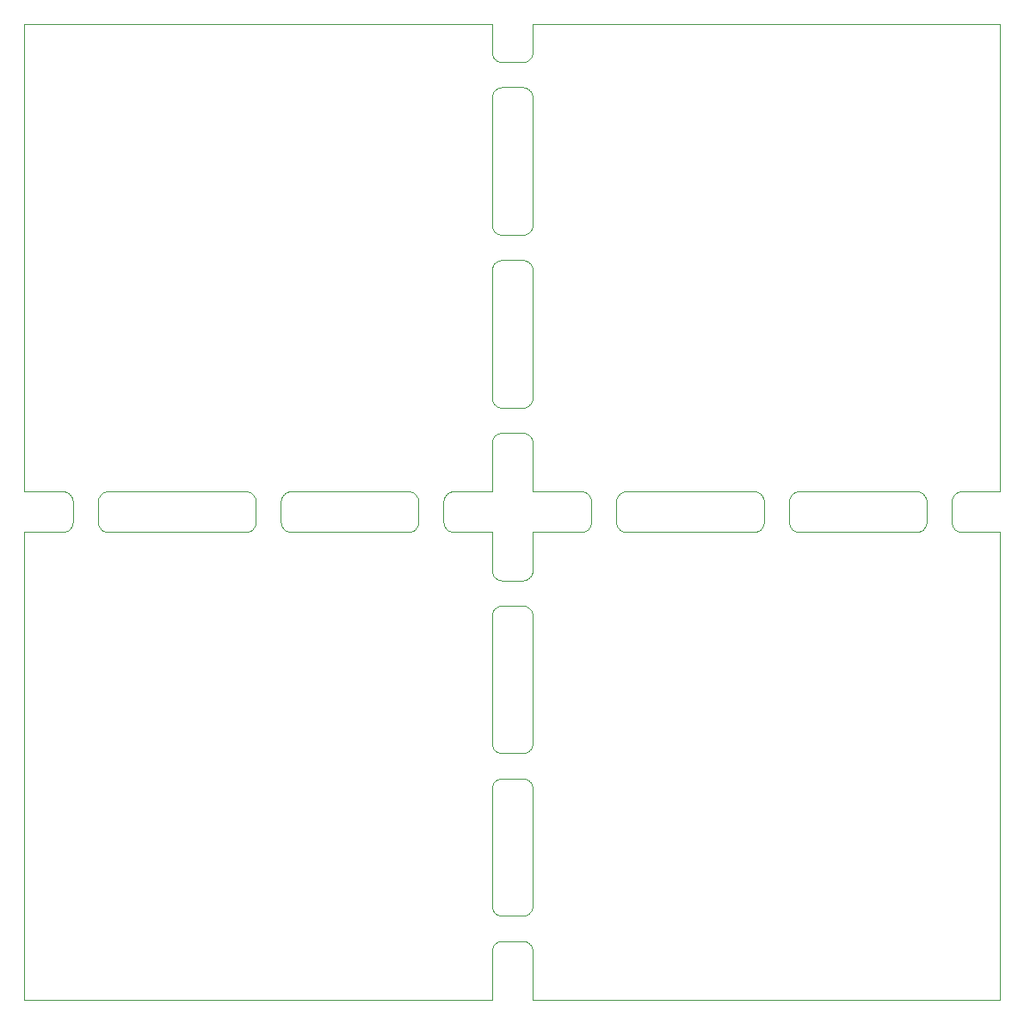
<source format=gko>
%MOIN*%
%OFA0B0*%
%FSLAX44Y44*%
%IPPOS*%
%LPD*%
%ADD10C,0*%
D10*
X00035340Y00018897D02*
X00035340Y00018897D01*
X00030801Y00018897D01*
X00030770Y00018898D01*
X00030739Y00018902D01*
X00030709Y00018908D01*
X00030679Y00018916D01*
X00030650Y00018927D01*
X00030622Y00018940D01*
X00030595Y00018955D01*
X00030570Y00018972D01*
X00030545Y00018991D01*
X00030523Y00019012D01*
X00030502Y00019035D01*
X00030483Y00019059D01*
X00030465Y00019085D01*
X00030450Y00019112D01*
X00030437Y00019140D01*
X00030427Y00019169D01*
X00030418Y00019199D01*
X00030412Y00019229D01*
X00030409Y00019260D01*
X00030407Y00019291D01*
X00030407Y00020078D01*
X00030409Y00020109D01*
X00030412Y00020140D01*
X00030418Y00020170D01*
X00030427Y00020200D01*
X00030437Y00020229D01*
X00030450Y00020257D01*
X00030465Y00020284D01*
X00030483Y00020310D01*
X00030502Y00020334D01*
X00030523Y00020357D01*
X00030545Y00020378D01*
X00030570Y00020397D01*
X00030595Y00020414D01*
X00030622Y00020429D01*
X00030650Y00020442D01*
X00030679Y00020453D01*
X00030709Y00020461D01*
X00030740Y00020467D01*
X00030770Y00020471D01*
X00030801Y00020472D01*
X00035340Y00020472D01*
X00035371Y00020471D01*
X00035401Y00020467D01*
X00035432Y00020461D01*
X00035461Y00020453D01*
X00035490Y00020442D01*
X00035518Y00020429D01*
X00035545Y00020414D01*
X00035571Y00020397D01*
X00035595Y00020378D01*
X00035618Y00020357D01*
X00035639Y00020334D01*
X00035658Y00020310D01*
X00035675Y00020284D01*
X00035690Y00020257D01*
X00035703Y00020229D01*
X00035714Y00020200D01*
X00035722Y00020170D01*
X00035728Y00020140D01*
X00035732Y00020109D01*
X00035733Y00020078D01*
X00035733Y00019291D01*
X00035732Y00019260D01*
X00035729Y00019229D01*
X00035722Y00019199D01*
X00035714Y00019169D01*
X00035703Y00019140D01*
X00035690Y00019112D01*
X00035675Y00019085D01*
X00035658Y00019059D01*
X00035639Y00019035D01*
X00035618Y00019012D01*
X00035595Y00018991D01*
X00035571Y00018972D01*
X00035545Y00018955D01*
X00035518Y00018940D01*
X00035490Y00018927D01*
X00035461Y00018916D01*
X00035432Y00018908D01*
X00035401Y00018902D01*
X00035371Y00018898D01*
X00035340Y00018897D01*
X00020472Y00010722D02*
X00020472Y00010722D01*
X00020471Y00010691D01*
X00020467Y00010661D01*
X00020461Y00010630D01*
X00020453Y00010601D01*
X00020442Y00010572D01*
X00020429Y00010544D01*
X00020414Y00010517D01*
X00020397Y00010491D01*
X00020378Y00010467D01*
X00020357Y00010444D01*
X00020334Y00010423D01*
X00020310Y00010404D01*
X00020284Y00010387D01*
X00020257Y00010372D01*
X00020229Y00010359D01*
X00020200Y00010348D01*
X00020170Y00010340D01*
X00020140Y00010334D01*
X00020109Y00010330D01*
X00020078Y00010329D01*
X00019291Y00010329D01*
X00019260Y00010330D01*
X00019229Y00010333D01*
X00019199Y00010340D01*
X00019169Y00010348D01*
X00019140Y00010359D01*
X00019112Y00010372D01*
X00019085Y00010387D01*
X00019059Y00010404D01*
X00019035Y00010423D01*
X00019012Y00010444D01*
X00018991Y00010467D01*
X00018972Y00010491D01*
X00018955Y00010517D01*
X00018940Y00010544D01*
X00018927Y00010572D01*
X00018916Y00010601D01*
X00018908Y00010630D01*
X00018902Y00010661D01*
X00018898Y00010691D01*
X00018897Y00010722D01*
X00018897Y00015655D01*
X00018898Y00015686D01*
X00018902Y00015716D01*
X00018908Y00015747D01*
X00018916Y00015776D01*
X00018927Y00015805D01*
X00018940Y00015833D01*
X00018955Y00015860D01*
X00018972Y00015886D01*
X00018991Y00015910D01*
X00019012Y00015933D01*
X00019035Y00015954D01*
X00019059Y00015973D01*
X00019085Y00015990D01*
X00019112Y00016005D01*
X00019140Y00016018D01*
X00019169Y00016029D01*
X00019199Y00016037D01*
X00019229Y00016043D01*
X00019260Y00016047D01*
X00019291Y00016048D01*
X00020078Y00016048D01*
X00020109Y00016047D01*
X00020140Y00016043D01*
X00020170Y00016037D01*
X00020200Y00016029D01*
X00020229Y00016018D01*
X00020257Y00016005D01*
X00020284Y00015990D01*
X00020310Y00015973D01*
X00020334Y00015954D01*
X00020357Y00015933D01*
X00020378Y00015910D01*
X00020397Y00015886D01*
X00020414Y00015860D01*
X00020429Y00015833D01*
X00020442Y00015805D01*
X00020453Y00015776D01*
X00020461Y00015746D01*
X00020467Y00015716D01*
X00020471Y00015685D01*
X00020472Y00015655D01*
X00020472Y00010722D01*
X00020472Y00004423D02*
X00020472Y00004423D01*
X00020471Y00004392D01*
X00020467Y00004362D01*
X00020461Y00004331D01*
X00020453Y00004301D01*
X00020442Y00004272D01*
X00020429Y00004244D01*
X00020414Y00004217D01*
X00020397Y00004192D01*
X00020378Y00004167D01*
X00020357Y00004145D01*
X00020334Y00004124D01*
X00020310Y00004105D01*
X00020284Y00004087D01*
X00020257Y00004072D01*
X00020229Y00004059D01*
X00020200Y00004049D01*
X00020170Y00004040D01*
X00020140Y00004034D01*
X00020109Y00004031D01*
X00020078Y00004029D01*
X00019291Y00004029D01*
X00019260Y00004031D01*
X00019229Y00004034D01*
X00019199Y00004040D01*
X00019169Y00004049D01*
X00019140Y00004059D01*
X00019112Y00004072D01*
X00019085Y00004087D01*
X00019059Y00004105D01*
X00019035Y00004124D01*
X00019012Y00004145D01*
X00018991Y00004167D01*
X00018972Y00004192D01*
X00018955Y00004217D01*
X00018940Y00004244D01*
X00018927Y00004272D01*
X00018916Y00004301D01*
X00018908Y00004331D01*
X00018902Y00004362D01*
X00018898Y00004392D01*
X00018897Y00004423D01*
X00018897Y00008962D01*
X00018898Y00008993D01*
X00018902Y00009023D01*
X00018908Y00009054D01*
X00018916Y00009083D01*
X00018927Y00009112D01*
X00018940Y00009140D01*
X00018955Y00009167D01*
X00018972Y00009193D01*
X00018991Y00009217D01*
X00019012Y00009240D01*
X00019035Y00009261D01*
X00019059Y00009280D01*
X00019085Y00009297D01*
X00019112Y00009313D01*
X00019140Y00009325D01*
X00019169Y00009336D01*
X00019199Y00009345D01*
X00019229Y00009351D01*
X00019260Y00009354D01*
X00019291Y00009355D01*
X00020078Y00009355D01*
X00020109Y00009354D01*
X00020140Y00009351D01*
X00020170Y00009344D01*
X00020200Y00009336D01*
X00020229Y00009325D01*
X00020257Y00009312D01*
X00020284Y00009297D01*
X00020310Y00009280D01*
X00020334Y00009261D01*
X00020357Y00009240D01*
X00020378Y00009217D01*
X00020397Y00009193D01*
X00020414Y00009167D01*
X00020429Y00009140D01*
X00020442Y00009112D01*
X00020453Y00009083D01*
X00020461Y00009054D01*
X00020467Y00009023D01*
X00020471Y00008993D01*
X00020472Y00008962D01*
X00020472Y00004423D01*
X00004029Y00018897D02*
X00004029Y00018897D01*
X00003999Y00018898D01*
X00003968Y00018902D01*
X00003938Y00018908D01*
X00003908Y00018916D01*
X00003879Y00018927D01*
X00003851Y00018940D01*
X00003824Y00018955D01*
X00003798Y00018972D01*
X00003774Y00018991D01*
X00003751Y00019012D01*
X00003730Y00019035D01*
X00003711Y00019059D01*
X00003694Y00019085D01*
X00003679Y00019112D01*
X00003666Y00019140D01*
X00003655Y00019169D01*
X00003647Y00019199D01*
X00003641Y00019229D01*
X00003637Y00019260D01*
X00003636Y00019291D01*
X00003636Y00020078D01*
X00003637Y00020109D01*
X00003641Y00020140D01*
X00003647Y00020170D01*
X00003655Y00020200D01*
X00003666Y00020229D01*
X00003679Y00020257D01*
X00003694Y00020284D01*
X00003711Y00020310D01*
X00003730Y00020334D01*
X00003751Y00020357D01*
X00003774Y00020378D01*
X00003798Y00020397D01*
X00003824Y00020414D01*
X00003851Y00020429D01*
X00003879Y00020442D01*
X00003908Y00020453D01*
X00003938Y00020461D01*
X00003968Y00020467D01*
X00003999Y00020471D01*
X00004029Y00020472D01*
X00009355Y00020472D01*
X00009386Y00020471D01*
X00009417Y00020467D01*
X00009447Y00020461D01*
X00009477Y00020453D01*
X00009506Y00020442D01*
X00009534Y00020429D01*
X00009561Y00020414D01*
X00009587Y00020397D01*
X00009611Y00020378D01*
X00009634Y00020357D01*
X00009655Y00020334D01*
X00009674Y00020310D01*
X00009691Y00020284D01*
X00009706Y00020257D01*
X00009719Y00020229D01*
X00009730Y00020200D01*
X00009738Y00020170D01*
X00009744Y00020140D01*
X00009748Y00020109D01*
X00009749Y00020078D01*
X00009749Y00019291D01*
X00009748Y00019260D01*
X00009744Y00019229D01*
X00009738Y00019199D01*
X00009730Y00019169D01*
X00009719Y00019140D01*
X00009706Y00019112D01*
X00009691Y00019085D01*
X00009674Y00019059D01*
X00009655Y00019035D01*
X00009634Y00019012D01*
X00009611Y00018991D01*
X00009587Y00018972D01*
X00009561Y00018955D01*
X00009534Y00018940D01*
X00009506Y00018927D01*
X00009477Y00018916D01*
X00009447Y00018908D01*
X00009417Y00018902D01*
X00009386Y00018898D01*
X00009355Y00018897D01*
X00004029Y00018897D01*
X00015655Y00020472D02*
X00015655Y00020472D01*
X00015685Y00020471D01*
X00015716Y00020467D01*
X00015746Y00020461D01*
X00015776Y00020453D01*
X00015805Y00020442D01*
X00015833Y00020429D01*
X00015860Y00020414D01*
X00015886Y00020397D01*
X00015910Y00020378D01*
X00015933Y00020357D01*
X00015954Y00020334D01*
X00015973Y00020310D01*
X00015990Y00020284D01*
X00016005Y00020257D01*
X00016018Y00020229D01*
X00016029Y00020200D01*
X00016037Y00020170D01*
X00016043Y00020140D01*
X00016047Y00020109D01*
X00016048Y00020078D01*
X00016048Y00019291D01*
X00016047Y00019260D01*
X00016043Y00019229D01*
X00016037Y00019199D01*
X00016029Y00019169D01*
X00016018Y00019140D01*
X00016005Y00019112D01*
X00015990Y00019085D01*
X00015973Y00019059D01*
X00015954Y00019035D01*
X00015933Y00019012D01*
X00015910Y00018991D01*
X00015886Y00018972D01*
X00015860Y00018955D01*
X00015833Y00018940D01*
X00015805Y00018927D01*
X00015776Y00018916D01*
X00015747Y00018908D01*
X00015716Y00018902D01*
X00015686Y00018898D01*
X00015655Y00018897D01*
X00011116Y00018897D01*
X00011085Y00018898D01*
X00011054Y00018902D01*
X00011024Y00018908D01*
X00010994Y00018916D01*
X00010965Y00018927D01*
X00010937Y00018940D01*
X00010910Y00018955D01*
X00010885Y00018972D01*
X00010860Y00018991D01*
X00010838Y00019012D01*
X00010817Y00019035D01*
X00010798Y00019059D01*
X00010780Y00019085D01*
X00010765Y00019112D01*
X00010752Y00019140D01*
X00010742Y00019169D01*
X00010733Y00019199D01*
X00010727Y00019229D01*
X00010724Y00019260D01*
X00010722Y00019291D01*
X00010722Y00020078D01*
X00010724Y00020109D01*
X00010727Y00020140D01*
X00010733Y00020170D01*
X00010742Y00020200D01*
X00010752Y00020229D01*
X00010765Y00020257D01*
X00010780Y00020284D01*
X00010798Y00020310D01*
X00010817Y00020334D01*
X00010838Y00020357D01*
X00010860Y00020378D01*
X00010885Y00020397D01*
X00010910Y00020414D01*
X00010937Y00020429D01*
X00010965Y00020442D01*
X00010994Y00020453D01*
X00011024Y00020461D01*
X00011054Y00020467D01*
X00011085Y00020471D01*
X00011116Y00020472D01*
X00015655Y00020472D01*
X00018897Y00035733D02*
X00018897Y00035733D01*
X00018898Y00035764D01*
X00018902Y00035795D01*
X00018908Y00035825D01*
X00018916Y00035855D01*
X00018927Y00035884D01*
X00018940Y00035912D01*
X00018955Y00035939D01*
X00018972Y00035965D01*
X00018991Y00035989D01*
X00019012Y00036012D01*
X00019035Y00036033D01*
X00019059Y00036052D01*
X00019085Y00036069D01*
X00019112Y00036084D01*
X00019140Y00036097D01*
X00019169Y00036108D01*
X00019199Y00036116D01*
X00019229Y00036122D01*
X00019260Y00036126D01*
X00019291Y00036127D01*
X00020078Y00036127D01*
X00020109Y00036126D01*
X00020140Y00036122D01*
X00020170Y00036116D01*
X00020200Y00036108D01*
X00020229Y00036097D01*
X00020257Y00036084D01*
X00020284Y00036069D01*
X00020310Y00036052D01*
X00020334Y00036033D01*
X00020357Y00036012D01*
X00020378Y00035989D01*
X00020397Y00035965D01*
X00020414Y00035939D01*
X00020429Y00035912D01*
X00020442Y00035884D01*
X00020453Y00035855D01*
X00020461Y00035825D01*
X00020467Y00035795D01*
X00020471Y00035764D01*
X00020472Y00035733D01*
X00020472Y00030801D01*
X00020471Y00030770D01*
X00020467Y00030740D01*
X00020461Y00030709D01*
X00020453Y00030679D01*
X00020442Y00030650D01*
X00020429Y00030622D01*
X00020414Y00030595D01*
X00020397Y00030570D01*
X00020378Y00030545D01*
X00020357Y00030523D01*
X00020334Y00030502D01*
X00020310Y00030483D01*
X00020284Y00030465D01*
X00020257Y00030450D01*
X00020229Y00030437D01*
X00020200Y00030427D01*
X00020170Y00030418D01*
X00020140Y00030412D01*
X00020109Y00030409D01*
X00020078Y00030407D01*
X00019291Y00030407D01*
X00019260Y00030409D01*
X00019229Y00030412D01*
X00019199Y00030418D01*
X00019169Y00030427D01*
X00019140Y00030437D01*
X00019112Y00030450D01*
X00019085Y00030465D01*
X00019059Y00030483D01*
X00019035Y00030502D01*
X00019012Y00030523D01*
X00018991Y00030545D01*
X00018972Y00030570D01*
X00018955Y00030595D01*
X00018940Y00030622D01*
X00018927Y00030650D01*
X00018916Y00030679D01*
X00018908Y00030709D01*
X00018902Y00030739D01*
X00018898Y00030770D01*
X00018897Y00030801D01*
X00018897Y00035733D01*
X00020472Y00024108D02*
X00020472Y00024108D01*
X00020471Y00024077D01*
X00020467Y00024047D01*
X00020461Y00024016D01*
X00020453Y00023987D01*
X00020442Y00023958D01*
X00020429Y00023929D01*
X00020414Y00023902D01*
X00020397Y00023877D01*
X00020378Y00023853D01*
X00020357Y00023830D01*
X00020334Y00023809D01*
X00020310Y00023790D01*
X00020284Y00023773D01*
X00020257Y00023757D01*
X00020229Y00023744D01*
X00020200Y00023734D01*
X00020170Y00023725D01*
X00020140Y00023719D01*
X00020109Y00023716D01*
X00020078Y00023714D01*
X00019291Y00023714D01*
X00019260Y00023716D01*
X00019229Y00023719D01*
X00019199Y00023725D01*
X00019169Y00023734D01*
X00019140Y00023744D01*
X00019112Y00023757D01*
X00019085Y00023772D01*
X00019059Y00023790D01*
X00019035Y00023809D01*
X00019012Y00023830D01*
X00018991Y00023852D01*
X00018972Y00023877D01*
X00018955Y00023902D01*
X00018940Y00023929D01*
X00018927Y00023957D01*
X00018916Y00023986D01*
X00018908Y00024016D01*
X00018902Y00024047D01*
X00018898Y00024077D01*
X00018897Y00024108D01*
X00018897Y00029040D01*
X00018898Y00029071D01*
X00018902Y00029102D01*
X00018908Y00029132D01*
X00018916Y00029162D01*
X00018927Y00029191D01*
X00018940Y00029219D01*
X00018955Y00029246D01*
X00018972Y00029272D01*
X00018991Y00029296D01*
X00019012Y00029319D01*
X00019035Y00029340D01*
X00019059Y00029359D01*
X00019085Y00029376D01*
X00019112Y00029391D01*
X00019140Y00029404D01*
X00019169Y00029415D01*
X00019199Y00029423D01*
X00019229Y00029429D01*
X00019260Y00029433D01*
X00019291Y00029434D01*
X00020078Y00029434D01*
X00020109Y00029433D01*
X00020140Y00029429D01*
X00020170Y00029423D01*
X00020200Y00029415D01*
X00020229Y00029404D01*
X00020257Y00029391D01*
X00020284Y00029376D01*
X00020310Y00029359D01*
X00020334Y00029340D01*
X00020357Y00029319D01*
X00020378Y00029296D01*
X00020397Y00029272D01*
X00020414Y00029246D01*
X00020429Y00029219D01*
X00020442Y00029191D01*
X00020453Y00029162D01*
X00020461Y00029132D01*
X00020467Y00029102D01*
X00020471Y00029071D01*
X00020472Y00029040D01*
X00020472Y00024108D01*
X00024108Y00018897D02*
X00024108Y00018897D01*
X00024077Y00018898D01*
X00024047Y00018902D01*
X00024016Y00018908D01*
X00023986Y00018916D01*
X00023957Y00018927D01*
X00023929Y00018940D01*
X00023902Y00018955D01*
X00023877Y00018972D01*
X00023852Y00018991D01*
X00023830Y00019012D01*
X00023809Y00019035D01*
X00023790Y00019059D01*
X00023772Y00019085D01*
X00023757Y00019112D01*
X00023744Y00019140D01*
X00023734Y00019169D01*
X00023725Y00019199D01*
X00023719Y00019229D01*
X00023716Y00019260D01*
X00023714Y00019291D01*
X00023714Y00020078D01*
X00023716Y00020109D01*
X00023719Y00020140D01*
X00023725Y00020170D01*
X00023734Y00020200D01*
X00023744Y00020229D01*
X00023757Y00020257D01*
X00023773Y00020284D01*
X00023790Y00020310D01*
X00023809Y00020334D01*
X00023830Y00020357D01*
X00023853Y00020378D01*
X00023877Y00020397D01*
X00023902Y00020414D01*
X00023929Y00020429D01*
X00023958Y00020442D01*
X00023987Y00020453D01*
X00024016Y00020461D01*
X00024047Y00020467D01*
X00024077Y00020471D01*
X00024108Y00020472D01*
X00029040Y00020472D01*
X00029071Y00020471D01*
X00029102Y00020467D01*
X00029132Y00020461D01*
X00029162Y00020453D01*
X00029191Y00020442D01*
X00029219Y00020429D01*
X00029246Y00020414D01*
X00029272Y00020397D01*
X00029296Y00020378D01*
X00029319Y00020357D01*
X00029340Y00020334D01*
X00029359Y00020310D01*
X00029376Y00020284D01*
X00029391Y00020257D01*
X00029404Y00020229D01*
X00029415Y00020200D01*
X00029423Y00020170D01*
X00029429Y00020140D01*
X00029433Y00020109D01*
X00029434Y00020078D01*
X00029434Y00019291D01*
X00029433Y00019260D01*
X00029429Y00019229D01*
X00029423Y00019199D01*
X00029415Y00019169D01*
X00029404Y00019140D01*
X00029391Y00019112D01*
X00029376Y00019085D01*
X00029359Y00019059D01*
X00029340Y00019035D01*
X00029319Y00019012D01*
X00029296Y00018991D01*
X00029272Y00018972D01*
X00029246Y00018955D01*
X00029219Y00018940D01*
X00029191Y00018927D01*
X00029162Y00018916D01*
X00029132Y00018908D01*
X00029102Y00018902D01*
X00029071Y00018898D01*
X00029040Y00018897D01*
X00024108Y00018897D01*
X00022348Y00020472D02*
X00022348Y00020472D01*
X00022378Y00020471D01*
X00022409Y00020467D01*
X00022439Y00020461D01*
X00022469Y00020453D01*
X00022498Y00020442D01*
X00022526Y00020429D01*
X00022553Y00020414D01*
X00022579Y00020397D01*
X00022603Y00020378D01*
X00022626Y00020357D01*
X00022647Y00020334D01*
X00022666Y00020310D01*
X00022683Y00020284D01*
X00022698Y00020257D01*
X00022711Y00020229D01*
X00022722Y00020200D01*
X00022730Y00020170D01*
X00022736Y00020140D01*
X00022740Y00020109D01*
X00022741Y00020078D01*
X00022741Y00019291D01*
X00022740Y00019260D01*
X00022736Y00019229D01*
X00022730Y00019199D01*
X00022722Y00019169D01*
X00022711Y00019140D01*
X00022698Y00019112D01*
X00022683Y00019085D01*
X00022666Y00019059D01*
X00022647Y00019035D01*
X00022626Y00019012D01*
X00022603Y00018991D01*
X00022579Y00018972D01*
X00022553Y00018955D01*
X00022526Y00018940D01*
X00022498Y00018927D01*
X00022469Y00018916D01*
X00022439Y00018908D01*
X00022409Y00018902D01*
X00022378Y00018898D01*
X00022348Y00018897D01*
X00020472Y00018897D01*
X00020472Y00017415D01*
X00020471Y00017384D01*
X00020467Y00017354D01*
X00020461Y00017323D01*
X00020453Y00017294D01*
X00020442Y00017265D01*
X00020429Y00017237D01*
X00020414Y00017210D01*
X00020397Y00017184D01*
X00020378Y00017160D01*
X00020357Y00017137D01*
X00020334Y00017116D01*
X00020310Y00017097D01*
X00020284Y00017080D01*
X00020257Y00017064D01*
X00020229Y00017052D01*
X00020200Y00017041D01*
X00020170Y00017032D01*
X00020140Y00017026D01*
X00020109Y00017023D01*
X00020078Y00017022D01*
X00019291Y00017022D01*
X00019260Y00017023D01*
X00019229Y00017026D01*
X00019199Y00017032D01*
X00019169Y00017041D01*
X00019140Y00017052D01*
X00019112Y00017064D01*
X00019085Y00017080D01*
X00019059Y00017097D01*
X00019035Y00017116D01*
X00019012Y00017137D01*
X00018991Y00017160D01*
X00018972Y00017184D01*
X00018955Y00017210D01*
X00018940Y00017236D01*
X00018927Y00017265D01*
X00018916Y00017294D01*
X00018908Y00017323D01*
X00018902Y00017354D01*
X00018898Y00017384D01*
X00018897Y00017415D01*
X00018897Y00018897D01*
X00017415Y00018897D01*
X00017384Y00018898D01*
X00017354Y00018902D01*
X00017323Y00018908D01*
X00017294Y00018916D01*
X00017265Y00018927D01*
X00017236Y00018940D01*
X00017210Y00018955D01*
X00017184Y00018972D01*
X00017160Y00018991D01*
X00017137Y00019012D01*
X00017116Y00019035D01*
X00017097Y00019059D01*
X00017080Y00019085D01*
X00017064Y00019112D01*
X00017052Y00019140D01*
X00017041Y00019169D01*
X00017032Y00019199D01*
X00017026Y00019229D01*
X00017023Y00019260D01*
X00017022Y00019291D01*
X00017022Y00020078D01*
X00017023Y00020109D01*
X00017026Y00020140D01*
X00017032Y00020170D01*
X00017041Y00020200D01*
X00017052Y00020229D01*
X00017064Y00020257D01*
X00017080Y00020284D01*
X00017097Y00020310D01*
X00017116Y00020334D01*
X00017137Y00020357D01*
X00017160Y00020378D01*
X00017184Y00020397D01*
X00017210Y00020414D01*
X00017237Y00020429D01*
X00017265Y00020442D01*
X00017294Y00020453D01*
X00017323Y00020461D01*
X00017354Y00020467D01*
X00017384Y00020471D01*
X00017415Y00020472D01*
X00018897Y00020472D01*
X00018897Y00022348D01*
X00018898Y00022378D01*
X00018902Y00022409D01*
X00018908Y00022439D01*
X00018916Y00022469D01*
X00018927Y00022498D01*
X00018940Y00022526D01*
X00018955Y00022553D01*
X00018972Y00022579D01*
X00018991Y00022603D01*
X00019012Y00022626D01*
X00019035Y00022647D01*
X00019059Y00022666D01*
X00019085Y00022683D01*
X00019112Y00022698D01*
X00019140Y00022711D01*
X00019169Y00022722D01*
X00019199Y00022730D01*
X00019229Y00022736D01*
X00019260Y00022740D01*
X00019291Y00022741D01*
X00020078Y00022741D01*
X00020109Y00022740D01*
X00020140Y00022736D01*
X00020170Y00022730D01*
X00020200Y00022722D01*
X00020229Y00022711D01*
X00020257Y00022698D01*
X00020284Y00022683D01*
X00020310Y00022666D01*
X00020334Y00022647D01*
X00020357Y00022626D01*
X00020378Y00022603D01*
X00020397Y00022579D01*
X00020414Y00022553D01*
X00020429Y00022526D01*
X00020442Y00022498D01*
X00020453Y00022469D01*
X00020461Y00022439D01*
X00020467Y00022409D01*
X00020471Y00022378D01*
X00020472Y00022348D01*
X00020472Y00020472D01*
X00022348Y00020472D01*
X00037100Y00018897D02*
X00037100Y00018897D01*
X00037069Y00018898D01*
X00037039Y00018902D01*
X00037008Y00018908D01*
X00036979Y00018916D01*
X00036950Y00018927D01*
X00036922Y00018940D01*
X00036895Y00018955D01*
X00036869Y00018972D01*
X00036845Y00018991D01*
X00036822Y00019012D01*
X00036801Y00019035D01*
X00036782Y00019059D01*
X00036765Y00019085D01*
X00036749Y00019112D01*
X00036737Y00019140D01*
X00036726Y00019169D01*
X00036717Y00019199D01*
X00036711Y00019229D01*
X00036708Y00019260D01*
X00036707Y00019291D01*
X00036707Y00020078D01*
X00036708Y00020109D01*
X00036711Y00020140D01*
X00036717Y00020170D01*
X00036726Y00020200D01*
X00036737Y00020229D01*
X00036750Y00020257D01*
X00036765Y00020284D01*
X00036782Y00020310D01*
X00036801Y00020334D01*
X00036822Y00020357D01*
X00036845Y00020378D01*
X00036869Y00020397D01*
X00036895Y00020414D01*
X00036922Y00020429D01*
X00036950Y00020442D01*
X00036979Y00020453D01*
X00037008Y00020461D01*
X00037039Y00020467D01*
X00037069Y00020471D01*
X00037100Y00020472D01*
X00038582Y00020472D01*
X00038582Y00038582D01*
X00020472Y00038582D01*
X00020472Y00037494D01*
X00020471Y00037463D01*
X00020467Y00037432D01*
X00020461Y00037402D01*
X00020453Y00037372D01*
X00020442Y00037343D01*
X00020429Y00037315D01*
X00020414Y00037288D01*
X00020397Y00037263D01*
X00020378Y00037238D01*
X00020357Y00037216D01*
X00020334Y00037195D01*
X00020310Y00037176D01*
X00020284Y00037158D01*
X00020257Y00037143D01*
X00020229Y00037130D01*
X00020200Y00037120D01*
X00020170Y00037111D01*
X00020140Y00037105D01*
X00020109Y00037102D01*
X00020078Y00037100D01*
X00019291Y00037100D01*
X00019260Y00037101D01*
X00019229Y00037105D01*
X00019199Y00037111D01*
X00019169Y00037120D01*
X00019140Y00037130D01*
X00019112Y00037143D01*
X00019085Y00037158D01*
X00019059Y00037175D01*
X00019035Y00037195D01*
X00019012Y00037216D01*
X00018991Y00037238D01*
X00018972Y00037263D01*
X00018955Y00037288D01*
X00018940Y00037315D01*
X00018927Y00037343D01*
X00018916Y00037372D01*
X00018908Y00037402D01*
X00018902Y00037432D01*
X00018898Y00037463D01*
X00018897Y00037494D01*
X00018897Y00038582D01*
X00000787Y00038582D01*
X00000787Y00020472D01*
X00002269Y00020472D01*
X00002300Y00020471D01*
X00002330Y00020467D01*
X00002361Y00020461D01*
X00002390Y00020453D01*
X00002419Y00020442D01*
X00002447Y00020429D01*
X00002474Y00020414D01*
X00002500Y00020397D01*
X00002524Y00020378D01*
X00002547Y00020357D01*
X00002568Y00020334D01*
X00002587Y00020310D01*
X00002604Y00020284D01*
X00002620Y00020257D01*
X00002632Y00020229D01*
X00002643Y00020200D01*
X00002652Y00020170D01*
X00002658Y00020140D01*
X00002661Y00020109D01*
X00002662Y00020078D01*
X00002663Y00019291D01*
X00002661Y00019260D01*
X00002658Y00019229D01*
X00002652Y00019199D01*
X00002643Y00019169D01*
X00002633Y00019140D01*
X00002620Y00019112D01*
X00002604Y00019085D01*
X00002587Y00019059D01*
X00002568Y00019035D01*
X00002547Y00019012D01*
X00002524Y00018991D01*
X00002500Y00018972D01*
X00002475Y00018955D01*
X00002448Y00018940D01*
X00002419Y00018927D01*
X00002390Y00018916D01*
X00002361Y00018908D01*
X00002330Y00018902D01*
X00002300Y00018898D01*
X00002269Y00018897D01*
X00000787Y00018897D01*
X00000787Y00000787D01*
X00018897Y00000787D01*
X00018897Y00002663D01*
X00018898Y00002693D01*
X00018902Y00002724D01*
X00018908Y00002754D01*
X00018916Y00002784D01*
X00018927Y00002813D01*
X00018940Y00002841D01*
X00018955Y00002868D01*
X00018972Y00002894D01*
X00018991Y00002918D01*
X00019012Y00002941D01*
X00019035Y00002962D01*
X00019059Y00002981D01*
X00019085Y00002998D01*
X00019112Y00003013D01*
X00019140Y00003026D01*
X00019169Y00003037D01*
X00019199Y00003045D01*
X00019229Y00003051D01*
X00019260Y00003055D01*
X00019291Y00003056D01*
X00020078Y00003056D01*
X00020109Y00003055D01*
X00020140Y00003051D01*
X00020170Y00003045D01*
X00020200Y00003037D01*
X00020229Y00003026D01*
X00020257Y00003013D01*
X00020284Y00002998D01*
X00020310Y00002981D01*
X00020334Y00002962D01*
X00020357Y00002941D01*
X00020378Y00002918D01*
X00020397Y00002894D01*
X00020414Y00002868D01*
X00020429Y00002841D01*
X00020442Y00002813D01*
X00020453Y00002784D01*
X00020461Y00002754D01*
X00020467Y00002724D01*
X00020471Y00002693D01*
X00020472Y00002662D01*
X00020472Y00000787D01*
X00038582Y00000787D01*
X00038582Y00018897D01*
X00037100Y00018897D01*
M02*
</source>
